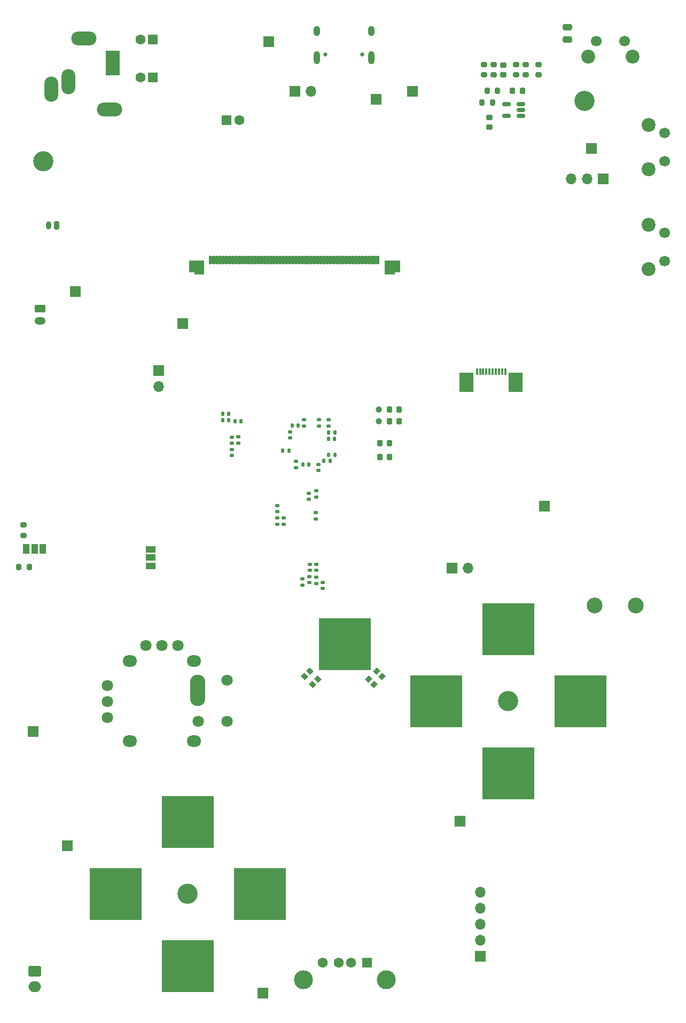
<source format=gts>
G04 #@! TF.GenerationSoftware,KiCad,Pcbnew,8.0.4*
G04 #@! TF.CreationDate,2024-11-24T15:21:50+00:00*
G04 #@! TF.ProjectId,gk-pcbv3,676b2d70-6362-4763-932e-6b696361645f,rev?*
G04 #@! TF.SameCoordinates,Original*
G04 #@! TF.FileFunction,Soldermask,Top*
G04 #@! TF.FilePolarity,Negative*
%FSLAX46Y46*%
G04 Gerber Fmt 4.6, Leading zero omitted, Abs format (unit mm)*
G04 Created by KiCad (PCBNEW 8.0.4) date 2024-11-24 15:21:50*
%MOMM*%
%LPD*%
G01*
G04 APERTURE LIST*
G04 Aperture macros list*
%AMRoundRect*
0 Rectangle with rounded corners*
0 $1 Rounding radius*
0 $2 $3 $4 $5 $6 $7 $8 $9 X,Y pos of 4 corners*
0 Add a 4 corners polygon primitive as box body*
4,1,4,$2,$3,$4,$5,$6,$7,$8,$9,$2,$3,0*
0 Add four circle primitives for the rounded corners*
1,1,$1+$1,$2,$3*
1,1,$1+$1,$4,$5*
1,1,$1+$1,$6,$7*
1,1,$1+$1,$8,$9*
0 Add four rect primitives between the rounded corners*
20,1,$1+$1,$2,$3,$4,$5,0*
20,1,$1+$1,$4,$5,$6,$7,0*
20,1,$1+$1,$6,$7,$8,$9,0*
20,1,$1+$1,$8,$9,$2,$3,0*%
%AMRotRect*
0 Rectangle, with rotation*
0 The origin of the aperture is its center*
0 $1 length*
0 $2 width*
0 $3 Rotation angle, in degrees counterclockwise*
0 Add horizontal line*
21,1,$1,$2,0,0,$3*%
G04 Aperture macros list end*
%ADD10C,0.120000*%
%ADD11C,0.010000*%
%ADD12C,0.650000*%
%ADD13O,1.000000X1.600000*%
%ADD14O,1.000000X2.100000*%
%ADD15RoundRect,0.140000X0.170000X-0.140000X0.170000X0.140000X-0.170000X0.140000X-0.170000X-0.140000X0*%
%ADD16RoundRect,0.218750X0.218750X0.256250X-0.218750X0.256250X-0.218750X-0.256250X0.218750X-0.256250X0*%
%ADD17R,1.700000X1.700000*%
%ADD18O,1.700000X1.700000*%
%ADD19RoundRect,0.140000X-0.170000X0.140000X-0.170000X-0.140000X0.170000X-0.140000X0.170000X0.140000X0*%
%ADD20C,3.200000*%
%ADD21RoundRect,0.140000X0.140000X0.170000X-0.140000X0.170000X-0.140000X-0.170000X0.140000X-0.170000X0*%
%ADD22RotRect,0.900000X0.800000X135.000000*%
%ADD23RoundRect,0.140000X-0.140000X-0.170000X0.140000X-0.170000X0.140000X0.170000X-0.140000X0.170000X0*%
%ADD24RoundRect,0.150000X0.512500X0.150000X-0.512500X0.150000X-0.512500X-0.150000X0.512500X-0.150000X0*%
%ADD25C,1.800000*%
%ADD26O,2.400000X5.000000*%
%ADD27O,2.300000X1.800000*%
%ADD28RoundRect,0.225000X-0.250000X0.225000X-0.250000X-0.225000X0.250000X-0.225000X0.250000X0.225000X0*%
%ADD29RoundRect,0.225000X-0.225000X-0.250000X0.225000X-0.250000X0.225000X0.250000X-0.225000X0.250000X0*%
%ADD30RoundRect,0.200000X0.275000X-0.200000X0.275000X0.200000X-0.275000X0.200000X-0.275000X-0.200000X0*%
%ADD31RoundRect,0.200000X-0.200000X-0.275000X0.200000X-0.275000X0.200000X0.275000X-0.200000X0.275000X0*%
%ADD32R,1.500000X1.000000*%
%ADD33C,2.500000*%
%ADD34RoundRect,0.225000X0.225000X0.250000X-0.225000X0.250000X-0.225000X-0.250000X0.225000X-0.250000X0*%
%ADD35RotRect,0.900000X0.800000X45.000000*%
%ADD36R,1.000000X1.500000*%
%ADD37RoundRect,0.250000X-0.475000X0.250000X-0.475000X-0.250000X0.475000X-0.250000X0.475000X0.250000X0*%
%ADD38RoundRect,0.102000X-0.150000X-0.550000X0.150000X-0.550000X0.150000X0.550000X-0.150000X0.550000X0*%
%ADD39R,0.300000X1.100000*%
%ADD40R,2.300000X3.100000*%
%ADD41C,2.200000*%
%ADD42C,1.700000*%
%ADD43RoundRect,0.200000X0.200000X0.450000X-0.200000X0.450000X-0.200000X-0.450000X0.200000X-0.450000X0*%
%ADD44O,0.800000X1.300000*%
%ADD45R,1.600000X1.600000*%
%ADD46C,1.600000*%
%ADD47C,1.000000*%
%ADD48R,1.600000X1.500000*%
%ADD49C,3.000000*%
%ADD50O,2.200000X4.000000*%
%ADD51O,4.000000X2.200000*%
%ADD52R,2.200000X4.000000*%
%ADD53RoundRect,0.250000X-0.750000X0.600000X-0.750000X-0.600000X0.750000X-0.600000X0.750000X0.600000X0*%
%ADD54O,2.000000X1.700000*%
%ADD55RoundRect,0.250000X-0.625000X0.350000X-0.625000X-0.350000X0.625000X-0.350000X0.625000X0.350000X0*%
%ADD56O,1.750000X1.200000*%
G04 APERTURE END LIST*
D10*
X81026000Y-153416000D02*
X89154000Y-153416000D01*
X89154000Y-161544000D01*
X81026000Y-161544000D01*
X81026000Y-153416000D01*
G36*
X81026000Y-153416000D02*
G01*
X89154000Y-153416000D01*
X89154000Y-161544000D01*
X81026000Y-161544000D01*
X81026000Y-153416000D01*
G37*
X58166000Y-153416000D02*
X66294000Y-153416000D01*
X66294000Y-161544000D01*
X58166000Y-161544000D01*
X58166000Y-153416000D01*
G36*
X58166000Y-153416000D02*
G01*
X66294000Y-153416000D01*
X66294000Y-161544000D01*
X58166000Y-161544000D01*
X58166000Y-153416000D01*
G37*
X69596000Y-141986000D02*
X77724000Y-141986000D01*
X77724000Y-150114000D01*
X69596000Y-150114000D01*
X69596000Y-141986000D01*
G36*
X69596000Y-141986000D02*
G01*
X77724000Y-141986000D01*
X77724000Y-150114000D01*
X69596000Y-150114000D01*
X69596000Y-141986000D01*
G37*
X131826000Y-122783600D02*
X139954000Y-122783600D01*
X139954000Y-130911600D01*
X131826000Y-130911600D01*
X131826000Y-122783600D01*
G36*
X131826000Y-122783600D02*
G01*
X139954000Y-122783600D01*
X139954000Y-130911600D01*
X131826000Y-130911600D01*
X131826000Y-122783600D01*
G37*
X94488000Y-113792000D02*
X102616000Y-113792000D01*
X102616000Y-121920000D01*
X94488000Y-121920000D01*
X94488000Y-113792000D01*
G36*
X94488000Y-113792000D02*
G01*
X102616000Y-113792000D01*
X102616000Y-121920000D01*
X94488000Y-121920000D01*
X94488000Y-113792000D01*
G37*
X69596000Y-164846000D02*
X77724000Y-164846000D01*
X77724000Y-172974000D01*
X69596000Y-172974000D01*
X69596000Y-164846000D01*
G36*
X69596000Y-164846000D02*
G01*
X77724000Y-164846000D01*
X77724000Y-172974000D01*
X69596000Y-172974000D01*
X69596000Y-164846000D01*
G37*
X120396000Y-111353600D02*
X128524000Y-111353600D01*
X128524000Y-119481600D01*
X120396000Y-119481600D01*
X120396000Y-111353600D01*
G36*
X120396000Y-111353600D02*
G01*
X128524000Y-111353600D01*
X128524000Y-119481600D01*
X120396000Y-119481600D01*
X120396000Y-111353600D01*
G37*
X120396000Y-134213600D02*
X128524000Y-134213600D01*
X128524000Y-142341600D01*
X120396000Y-142341600D01*
X120396000Y-134213600D01*
G36*
X120396000Y-134213600D02*
G01*
X128524000Y-134213600D01*
X128524000Y-142341600D01*
X120396000Y-142341600D01*
X120396000Y-134213600D01*
G37*
X108966000Y-122783600D02*
X117094000Y-122783600D01*
X117094000Y-130911600D01*
X108966000Y-130911600D01*
X108966000Y-122783600D01*
G36*
X108966000Y-122783600D02*
G01*
X117094000Y-122783600D01*
X117094000Y-130911600D01*
X108966000Y-130911600D01*
X108966000Y-122783600D01*
G37*
D11*
X76201000Y-59150500D02*
X74701000Y-59150500D01*
X74701000Y-58800500D01*
X73901000Y-58800500D01*
X73901000Y-57000500D01*
X76201000Y-57000500D01*
X76201000Y-59150500D01*
G36*
X76201000Y-59150500D02*
G01*
X74701000Y-59150500D01*
X74701000Y-58800500D01*
X73901000Y-58800500D01*
X73901000Y-57000500D01*
X76201000Y-57000500D01*
X76201000Y-59150500D01*
G37*
X107201000Y-58800500D02*
X106401000Y-58800500D01*
X106401000Y-59150500D01*
X104901000Y-59150500D01*
X104901000Y-57000500D01*
X107201000Y-57000500D01*
X107201000Y-58800500D01*
G36*
X107201000Y-58800500D02*
G01*
X106401000Y-58800500D01*
X106401000Y-59150500D01*
X104901000Y-59150500D01*
X104901000Y-57000500D01*
X107201000Y-57000500D01*
X107201000Y-58800500D01*
G37*
D12*
X95512300Y-24314300D03*
X101292300Y-24314300D03*
D13*
X94082300Y-20664300D03*
D14*
X94082300Y-24844300D03*
D13*
X102722300Y-20664300D03*
D14*
X102722300Y-24844300D03*
D15*
X89883500Y-85172000D03*
X89883500Y-84212000D03*
D16*
X126700000Y-30150000D03*
X125125000Y-30150000D03*
D17*
X139481800Y-44094400D03*
D18*
X136941800Y-44094400D03*
X134401800Y-44094400D03*
D15*
X94458500Y-83247000D03*
X94458500Y-82287000D03*
D19*
X94333500Y-89387000D03*
X94333500Y-90347000D03*
X88866500Y-97868600D03*
X88866500Y-98828600D03*
D20*
X73660000Y-157480000D03*
D15*
X80616500Y-86003600D03*
X80616500Y-85043600D03*
D19*
X80641500Y-86993600D03*
X80641500Y-87953600D03*
D21*
X80146500Y-81323600D03*
X79186500Y-81323600D03*
D22*
X93432132Y-124250660D03*
X94280660Y-123402132D03*
X93007868Y-122129340D03*
X92159340Y-122977868D03*
D23*
X96003500Y-87842000D03*
X96963500Y-87842000D03*
D17*
X137668000Y-39243000D03*
D15*
X94041500Y-106153600D03*
X94041500Y-105193600D03*
D17*
X103550000Y-31450000D03*
D23*
X91903500Y-89417000D03*
X92863500Y-89417000D03*
D17*
X116840000Y-145897600D03*
D15*
X95066500Y-109053600D03*
X95066500Y-108093600D03*
X92883500Y-94872000D03*
X92883500Y-93912000D03*
D24*
X126475000Y-34100000D03*
X126475000Y-33150000D03*
X126475000Y-32200000D03*
X124200000Y-32200000D03*
X124200000Y-34100000D03*
D21*
X89688500Y-87192000D03*
X88728500Y-87192000D03*
D15*
X87891500Y-96853600D03*
X87891500Y-95893600D03*
D25*
X79933800Y-123596400D03*
D26*
X75211800Y-125196400D03*
D25*
X79933800Y-130098800D03*
X75361800Y-130098800D03*
X67056000Y-118059200D03*
X69596000Y-118059200D03*
X72136000Y-118059200D03*
X60909200Y-129540000D03*
X60909200Y-127000000D03*
X60909200Y-124460000D03*
D27*
X64516000Y-120497600D03*
X74650600Y-120497600D03*
X74650600Y-133197600D03*
X64516000Y-133197600D03*
D28*
X123692305Y-26007800D03*
X123692305Y-27557800D03*
X121475000Y-34325000D03*
X121475000Y-35875000D03*
D19*
X91791500Y-107518600D03*
X91791500Y-108478600D03*
D29*
X105617500Y-82512400D03*
X107167500Y-82512400D03*
D20*
X136525000Y-31750000D03*
D30*
X122168305Y-27607800D03*
X122168305Y-25957800D03*
D29*
X105617500Y-80632800D03*
X107167500Y-80632800D03*
D31*
X46900000Y-105675000D03*
X48550000Y-105675000D03*
D30*
X127248305Y-27607800D03*
X127248305Y-25957800D03*
D15*
X92991500Y-106153600D03*
X92991500Y-105193600D03*
X81666500Y-85978600D03*
X81666500Y-85018600D03*
D23*
X81161500Y-82523600D03*
X82121500Y-82523600D03*
D21*
X91188500Y-83217000D03*
X90228500Y-83217000D03*
D32*
X67818000Y-102840000D03*
X67818000Y-104140000D03*
X67818000Y-105440000D03*
D17*
X86500000Y-22300000D03*
D19*
X90808500Y-88912000D03*
X90808500Y-89872000D03*
D33*
X144626400Y-111734600D03*
X138126400Y-111734600D03*
D17*
X85598000Y-173228000D03*
X72898000Y-67056000D03*
X49174400Y-131724400D03*
X109270800Y-30175200D03*
D23*
X96003500Y-84292000D03*
X96963500Y-84292000D03*
D31*
X120312500Y-31950000D03*
X121962500Y-31950000D03*
D34*
X105618100Y-85966800D03*
X104068100Y-85966800D03*
D35*
X102319340Y-123402132D03*
X103167868Y-124250660D03*
X104440660Y-122977868D03*
X103592132Y-122129340D03*
D19*
X87891500Y-97868600D03*
X87891500Y-98828600D03*
D36*
X50677600Y-102717600D03*
X49377600Y-102717600D03*
X48077600Y-102717600D03*
D37*
X133800000Y-20050000D03*
X133800000Y-21950000D03*
D20*
X124460000Y-126847600D03*
D15*
X94008500Y-94522000D03*
X94008500Y-93562000D03*
X94041500Y-108228600D03*
X94041500Y-107268600D03*
D30*
X125724305Y-27607800D03*
X125724305Y-25957800D03*
D17*
X55880000Y-61976000D03*
X115565000Y-105816400D03*
D18*
X118105000Y-105816400D03*
D21*
X80146500Y-82373600D03*
X79186500Y-82373600D03*
D15*
X92083500Y-83247000D03*
X92083500Y-82287000D03*
D23*
X95253500Y-88792000D03*
X96213500Y-88792000D03*
D15*
X95983500Y-83247000D03*
X95983500Y-82287000D03*
D30*
X129280305Y-27607800D03*
X129280305Y-25957800D03*
D17*
X54610000Y-149860000D03*
D20*
X50800000Y-41275000D03*
D19*
X93916500Y-97018600D03*
X93916500Y-97978600D03*
D31*
X121087500Y-30150000D03*
X122737500Y-30150000D03*
D15*
X92966500Y-108128600D03*
X92966500Y-107168600D03*
D38*
X77301000Y-56950500D03*
X77801000Y-56950500D03*
X78301000Y-56950500D03*
X78801000Y-56950500D03*
X79301000Y-56950500D03*
X79801000Y-56950500D03*
X80301000Y-56950500D03*
X80801000Y-56950500D03*
X81301000Y-56950500D03*
X81801000Y-56950500D03*
X82301000Y-56950500D03*
X82801000Y-56950500D03*
X83301000Y-56950500D03*
X83801000Y-56950500D03*
X84301000Y-56950500D03*
X84801000Y-56950500D03*
X85301000Y-56950500D03*
X85801000Y-56950500D03*
X86301000Y-56950500D03*
X86801000Y-56950500D03*
X87301000Y-56950500D03*
X87801000Y-56950500D03*
X88301000Y-56950500D03*
X88801000Y-56950500D03*
X89301000Y-56950500D03*
X89801000Y-56950500D03*
X90301000Y-56950500D03*
X90801000Y-56950500D03*
X91301000Y-56950500D03*
X91801000Y-56950500D03*
X92301000Y-56950500D03*
X92801000Y-56950500D03*
X93301000Y-56950500D03*
X93801000Y-56950500D03*
X94301000Y-56950500D03*
X94801000Y-56950500D03*
X95301000Y-56950500D03*
X95801000Y-56950500D03*
X96301000Y-56950500D03*
X96801000Y-56950500D03*
X97301000Y-56950500D03*
X97801000Y-56950500D03*
X98301000Y-56950500D03*
X98801000Y-56950500D03*
X99301000Y-56950500D03*
X99801000Y-56950500D03*
X100301000Y-56950500D03*
X100801000Y-56950500D03*
X101301000Y-56950500D03*
X101801000Y-56950500D03*
X102301000Y-56950500D03*
X102801000Y-56950500D03*
X103301000Y-56950500D03*
X103801000Y-56950500D03*
D23*
X95978500Y-85317000D03*
X96938500Y-85317000D03*
D39*
X119485020Y-74634323D03*
X119985020Y-74634323D03*
X120485020Y-74634323D03*
X120985020Y-74634323D03*
X121485020Y-74634323D03*
X121985020Y-74634323D03*
X122485020Y-74634323D03*
X122985020Y-74634323D03*
X123485020Y-74634323D03*
X123985020Y-74634323D03*
D40*
X117815020Y-76334323D03*
X125655020Y-76334323D03*
D17*
X130223600Y-95958600D03*
D29*
X104068100Y-88227400D03*
X105618100Y-88227400D03*
D30*
X120644305Y-27607800D03*
X120644305Y-25957800D03*
X47675000Y-100600000D03*
X47675000Y-98950000D03*
D41*
X146725000Y-58400000D03*
X146725000Y-51400000D03*
D42*
X149225000Y-57150000D03*
X149225000Y-52650000D03*
D43*
X52898200Y-51436800D03*
D44*
X51648200Y-51436800D03*
D17*
X119989600Y-167381000D03*
D18*
X119989600Y-164841000D03*
X119989600Y-162301000D03*
X119989600Y-159761000D03*
X119989600Y-157221000D03*
D41*
X146725000Y-42525000D03*
X146725000Y-35525000D03*
D42*
X149225000Y-41275000D03*
X149225000Y-36775000D03*
D17*
X69063000Y-74442000D03*
D18*
X69063000Y-76982000D03*
D45*
X79844888Y-34800000D03*
D46*
X81844888Y-34800000D03*
D45*
X68155113Y-22000000D03*
D46*
X66155113Y-22000000D03*
D47*
X103920500Y-80622600D03*
X103920500Y-82522600D03*
D48*
X102052000Y-168376000D03*
D46*
X99552000Y-168376000D03*
X97552000Y-168376000D03*
X95052000Y-168376000D03*
D49*
X105122000Y-171086000D03*
X91982000Y-171086000D03*
D45*
X68155113Y-28000000D03*
D46*
X66155113Y-28000000D03*
D41*
X144125000Y-24725000D03*
X137125000Y-24725000D03*
D42*
X142875000Y-22225000D03*
X138375000Y-22225000D03*
D17*
X90625000Y-30225000D03*
D18*
X93165000Y-30225000D03*
D50*
X52007500Y-29850000D03*
X54707500Y-28650000D03*
D51*
X57207500Y-21850000D03*
D52*
X61807500Y-25750000D03*
D51*
X61307500Y-33050000D03*
D53*
X49382000Y-169692000D03*
D54*
X49382000Y-172192000D03*
D55*
X50266600Y-64643000D03*
D56*
X50266600Y-66643000D03*
M02*

</source>
